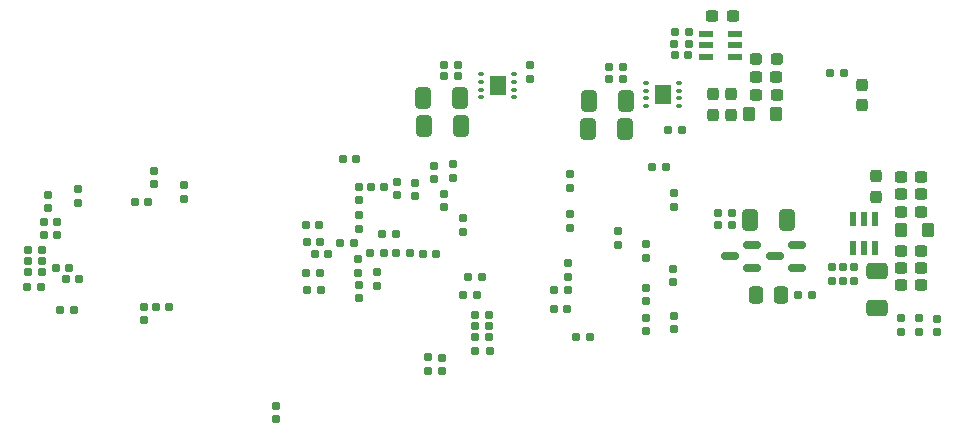
<source format=gbr>
%TF.GenerationSoftware,KiCad,Pcbnew,8.0.6*%
%TF.CreationDate,2025-01-14T20:30:26-08:00*%
%TF.ProjectId,IO_SDR_1.1,494f5f53-4452-45f3-912e-312e6b696361,rev?*%
%TF.SameCoordinates,Original*%
%TF.FileFunction,Paste,Bot*%
%TF.FilePolarity,Positive*%
%FSLAX46Y46*%
G04 Gerber Fmt 4.6, Leading zero omitted, Abs format (unit mm)*
G04 Created by KiCad (PCBNEW 8.0.6) date 2025-01-14 20:30:26*
%MOMM*%
%LPD*%
G01*
G04 APERTURE LIST*
G04 Aperture macros list*
%AMRoundRect*
0 Rectangle with rounded corners*
0 $1 Rounding radius*
0 $2 $3 $4 $5 $6 $7 $8 $9 X,Y pos of 4 corners*
0 Add a 4 corners polygon primitive as box body*
4,1,4,$2,$3,$4,$5,$6,$7,$8,$9,$2,$3,0*
0 Add four circle primitives for the rounded corners*
1,1,$1+$1,$2,$3*
1,1,$1+$1,$4,$5*
1,1,$1+$1,$6,$7*
1,1,$1+$1,$8,$9*
0 Add four rect primitives between the rounded corners*
20,1,$1+$1,$2,$3,$4,$5,0*
20,1,$1+$1,$4,$5,$6,$7,0*
20,1,$1+$1,$6,$7,$8,$9,0*
20,1,$1+$1,$8,$9,$2,$3,0*%
G04 Aperture macros list end*
%ADD10C,0.000000*%
%ADD11RoundRect,0.155000X0.212500X0.155000X-0.212500X0.155000X-0.212500X-0.155000X0.212500X-0.155000X0*%
%ADD12RoundRect,0.155000X0.155000X-0.212500X0.155000X0.212500X-0.155000X0.212500X-0.155000X-0.212500X0*%
%ADD13RoundRect,0.160000X-0.197500X-0.160000X0.197500X-0.160000X0.197500X0.160000X-0.197500X0.160000X0*%
%ADD14RoundRect,0.155000X-0.155000X0.212500X-0.155000X-0.212500X0.155000X-0.212500X0.155000X0.212500X0*%
%ADD15RoundRect,0.160000X0.197500X0.160000X-0.197500X0.160000X-0.197500X-0.160000X0.197500X-0.160000X0*%
%ADD16RoundRect,0.150000X0.587500X0.150000X-0.587500X0.150000X-0.587500X-0.150000X0.587500X-0.150000X0*%
%ADD17RoundRect,0.237500X0.300000X0.237500X-0.300000X0.237500X-0.300000X-0.237500X0.300000X-0.237500X0*%
%ADD18RoundRect,0.250000X0.412500X0.650000X-0.412500X0.650000X-0.412500X-0.650000X0.412500X-0.650000X0*%
%ADD19RoundRect,0.237500X-0.237500X0.300000X-0.237500X-0.300000X0.237500X-0.300000X0.237500X0.300000X0*%
%ADD20RoundRect,0.160000X0.160000X-0.197500X0.160000X0.197500X-0.160000X0.197500X-0.160000X-0.197500X0*%
%ADD21RoundRect,0.040600X-0.249400X0.564400X-0.249400X-0.564400X0.249400X-0.564400X0.249400X0.564400X0*%
%ADD22RoundRect,0.250000X-0.275000X-0.350000X0.275000X-0.350000X0.275000X0.350000X-0.275000X0.350000X0*%
%ADD23RoundRect,0.237500X-0.300000X-0.237500X0.300000X-0.237500X0.300000X0.237500X-0.300000X0.237500X0*%
%ADD24RoundRect,0.160000X-0.160000X0.197500X-0.160000X-0.197500X0.160000X-0.197500X0.160000X0.197500X0*%
%ADD25O,0.599999X0.299999*%
%ADD26RoundRect,0.250000X0.337500X0.475000X-0.337500X0.475000X-0.337500X-0.475000X0.337500X-0.475000X0*%
%ADD27RoundRect,0.155000X-0.212500X-0.155000X0.212500X-0.155000X0.212500X0.155000X-0.212500X0.155000X0*%
%ADD28RoundRect,0.237500X0.237500X-0.287500X0.237500X0.287500X-0.237500X0.287500X-0.237500X-0.287500X0*%
%ADD29RoundRect,0.040600X0.564400X0.249400X-0.564400X0.249400X-0.564400X-0.249400X0.564400X-0.249400X0*%
%ADD30RoundRect,0.237500X-0.237500X0.287500X-0.237500X-0.287500X0.237500X-0.287500X0.237500X0.287500X0*%
%ADD31RoundRect,0.250000X-0.650000X0.412500X-0.650000X-0.412500X0.650000X-0.412500X0.650000X0.412500X0*%
%ADD32RoundRect,0.250000X0.275000X0.350000X-0.275000X0.350000X-0.275000X-0.350000X0.275000X-0.350000X0*%
%ADD33RoundRect,0.237500X-0.287500X-0.237500X0.287500X-0.237500X0.287500X0.237500X-0.287500X0.237500X0*%
%ADD34RoundRect,0.237500X0.237500X-0.300000X0.237500X0.300000X-0.237500X0.300000X-0.237500X-0.300000X0*%
%ADD35RoundRect,0.250000X-0.412500X-0.650000X0.412500X-0.650000X0.412500X0.650000X-0.412500X0.650000X0*%
G04 APERTURE END LIST*
D10*
%TO.C,U6*%
G36*
X149918656Y-80245554D02*
G01*
X148535657Y-80245554D01*
X148535657Y-78660554D01*
X149918656Y-78660554D01*
X149918656Y-80245554D01*
G37*
%TO.C,U5*%
G36*
X163892915Y-80976558D02*
G01*
X162509916Y-80976558D01*
X162509916Y-79391558D01*
X163892915Y-79391558D01*
X163892915Y-80976558D01*
G37*
%TD*%
D11*
%TO.C,C60*%
X111921104Y-92062614D03*
X110786104Y-92062614D03*
%TD*%
D12*
%TO.C,C137*%
X164134800Y-89696100D03*
X164134800Y-88561100D03*
%TD*%
D13*
%TO.C,R42*%
X138392500Y-93620000D03*
X139587500Y-93620000D03*
%TD*%
D11*
%TO.C,C94*%
X134146084Y-95288404D03*
X133011084Y-95288404D03*
%TD*%
D14*
%TO.C,C123*%
X144490000Y-102482500D03*
X144490000Y-103617500D03*
%TD*%
D13*
%TO.C,R8*%
X158653913Y-78849059D03*
X159848913Y-78849059D03*
%TD*%
D11*
%TO.C,C95*%
X134167500Y-92690000D03*
X133032500Y-92690000D03*
%TD*%
D13*
%TO.C,R10*%
X144677153Y-78623053D03*
X145872153Y-78623053D03*
%TD*%
D11*
%TO.C,C96*%
X140597674Y-91986424D03*
X139462674Y-91986424D03*
%TD*%
D15*
%TO.C,R3*%
X175840154Y-97132854D03*
X174645154Y-97132854D03*
%TD*%
D12*
%TO.C,C132*%
X155321000Y-88070500D03*
X155321000Y-86935500D03*
%TD*%
D14*
%TO.C,C130*%
X155143204Y-94492304D03*
X155143204Y-95627304D03*
%TD*%
D13*
%TO.C,R37*%
X146722484Y-95618594D03*
X147917484Y-95618594D03*
%TD*%
D16*
%TO.C,Q1*%
X174570154Y-92952854D03*
X174570154Y-94852854D03*
X172695154Y-93902854D03*
%TD*%
D17*
%TO.C,C19*%
X185081654Y-96353246D03*
X183356654Y-96353246D03*
%TD*%
D14*
%TO.C,CA1*%
X184870000Y-99145000D03*
X184870000Y-100280000D03*
%TD*%
D18*
%TO.C,C26*%
X146079654Y-82848055D03*
X142954654Y-82848055D03*
%TD*%
D19*
%TO.C,CA10*%
X180086000Y-79376100D03*
X180086000Y-81101100D03*
%TD*%
D11*
%TO.C,C70*%
X110524114Y-96482184D03*
X109389114Y-96482184D03*
%TD*%
D20*
%TO.C,R47*%
X155321000Y-91478700D03*
X155321000Y-90283700D03*
%TD*%
D21*
%TO.C,U4*%
X179302654Y-90690746D03*
X180252654Y-90690746D03*
X181202654Y-90690746D03*
X181202654Y-93200746D03*
X180252654Y-93200746D03*
X179302654Y-93200746D03*
%TD*%
D22*
%TO.C,L5*%
X183373954Y-91684454D03*
X185673954Y-91684454D03*
%TD*%
D11*
%TO.C,C93*%
X139632514Y-88023994D03*
X138497514Y-88023994D03*
%TD*%
%TO.C,C129*%
X144026704Y-93662804D03*
X142891704Y-93662804D03*
%TD*%
D17*
%TO.C,CA2*%
X185081654Y-94883246D03*
X183356654Y-94883246D03*
%TD*%
%TO.C,C11*%
X172822500Y-78700000D03*
X171097500Y-78700000D03*
%TD*%
D23*
%TO.C,C16*%
X183356654Y-88643246D03*
X185081654Y-88643246D03*
%TD*%
D24*
%TO.C,R40*%
X137515604Y-90423734D03*
X137515604Y-91618734D03*
%TD*%
D12*
%TO.C,C14*%
X179422654Y-95950746D03*
X179422654Y-94815746D03*
%TD*%
D11*
%TO.C,C112*%
X137220574Y-85631674D03*
X136085574Y-85631674D03*
%TD*%
D13*
%TO.C,R46*%
X162267300Y-86360000D03*
X163462300Y-86360000D03*
%TD*%
D20*
%TO.C,R48*%
X159410000Y-92927500D03*
X159410000Y-91732500D03*
%TD*%
D14*
%TO.C,C17*%
X186390000Y-99175000D03*
X186390000Y-100310000D03*
%TD*%
D12*
%TO.C,C136*%
X161798000Y-94014100D03*
X161798000Y-92879100D03*
%TD*%
%TO.C,C103*%
X137494524Y-89154654D03*
X137494524Y-88019654D03*
%TD*%
D15*
%TO.C,R9*%
X159846412Y-77904057D03*
X158651412Y-77904057D03*
%TD*%
D16*
%TO.C,Q2*%
X170730154Y-92952854D03*
X170730154Y-94852854D03*
X168855154Y-93902854D03*
%TD*%
D25*
%TO.C,U6*%
X147827154Y-80428056D03*
X147827154Y-79778055D03*
X147827154Y-79128056D03*
X147827154Y-78478055D03*
X150627154Y-78478055D03*
X150627154Y-79128056D03*
X150627154Y-79778055D03*
X150627154Y-80428056D03*
%TD*%
D12*
%TO.C,C66*%
X111175804Y-89836084D03*
X111175804Y-88701084D03*
%TD*%
D11*
%TO.C,C24*%
X164796412Y-83194057D03*
X163661412Y-83194057D03*
%TD*%
D26*
%TO.C,C9*%
X173190154Y-97132854D03*
X171115154Y-97132854D03*
%TD*%
D18*
%TO.C,C27*%
X160013913Y-83079059D03*
X156888913Y-83079059D03*
%TD*%
D12*
%TO.C,C117*%
X143814794Y-87346884D03*
X143814794Y-86211884D03*
%TD*%
D11*
%TO.C,C128*%
X155151900Y-96723200D03*
X154016900Y-96723200D03*
%TD*%
D23*
%TO.C,C15*%
X183356654Y-90103246D03*
X185081654Y-90103246D03*
%TD*%
D11*
%TO.C,C124*%
X157006100Y-100761800D03*
X155871100Y-100761800D03*
%TD*%
%TO.C,C126*%
X155126500Y-98323400D03*
X153991500Y-98323400D03*
%TD*%
D15*
%TO.C,R41*%
X141821474Y-93637404D03*
X140626474Y-93637404D03*
%TD*%
D24*
%TO.C,RA20*%
X143306794Y-102437914D03*
X143306794Y-103632914D03*
%TD*%
D27*
%TO.C,C135*%
X147311300Y-100761800D03*
X148446300Y-100761800D03*
%TD*%
D13*
%TO.C,R4*%
X164185313Y-75893658D03*
X165380313Y-75893658D03*
%TD*%
D12*
%TO.C,C98*%
X137440000Y-97457500D03*
X137440000Y-96322500D03*
%TD*%
%TO.C,C68*%
X113715794Y-89353484D03*
X113715794Y-88218484D03*
%TD*%
%TO.C,C97*%
X137350000Y-95267500D03*
X137350000Y-94132500D03*
%TD*%
D15*
%TO.C,RA9*%
X178527500Y-78370000D03*
X177332500Y-78370000D03*
%TD*%
D28*
%TO.C,L4*%
X181272754Y-88876454D03*
X181272754Y-87126454D03*
%TD*%
D27*
%TO.C,C75*%
X120277024Y-98158594D03*
X121412024Y-98158594D03*
%TD*%
D29*
%TO.C,U3*%
X169335000Y-75090000D03*
X169335000Y-76040000D03*
X169335000Y-76990000D03*
X166825000Y-76990000D03*
X166825000Y-76040000D03*
X166825000Y-75090000D03*
%TD*%
D23*
%TO.C,C18*%
X183356654Y-87137854D03*
X185081654Y-87137854D03*
%TD*%
D11*
%TO.C,C78*%
X110607500Y-94260000D03*
X109472500Y-94260000D03*
%TD*%
D14*
%TO.C,C113*%
X161772600Y-99076700D03*
X161772600Y-100211700D03*
%TD*%
D27*
%TO.C,C104*%
X135881314Y-92799204D03*
X137016314Y-92799204D03*
%TD*%
D13*
%TO.C,R1*%
X167845300Y-90251400D03*
X169040300Y-90251400D03*
%TD*%
D11*
%TO.C,C62*%
X112937104Y-94856584D03*
X111802104Y-94856584D03*
%TD*%
D25*
%TO.C,U5*%
X161801413Y-81159060D03*
X161801413Y-80509059D03*
X161801413Y-79859060D03*
X161801413Y-79209059D03*
X164601413Y-79209059D03*
X164601413Y-79859060D03*
X164601413Y-80509059D03*
X164601413Y-81159060D03*
%TD*%
D11*
%TO.C,C69*%
X119617294Y-89319384D03*
X118482294Y-89319384D03*
%TD*%
D20*
%TO.C,R6*%
X178482654Y-95980746D03*
X178482654Y-94785746D03*
%TD*%
D15*
%TO.C,R11*%
X145882154Y-77668051D03*
X144687154Y-77668051D03*
%TD*%
D11*
%TO.C,C107*%
X134867500Y-93730000D03*
X133732500Y-93730000D03*
%TD*%
D12*
%TO.C,C54*%
X122631174Y-88997904D03*
X122631174Y-87862904D03*
%TD*%
D27*
%TO.C,C133*%
X147336700Y-98882200D03*
X148471700Y-98882200D03*
%TD*%
D13*
%TO.C,R2*%
X167855300Y-91211400D03*
X169050300Y-91211400D03*
%TD*%
D27*
%TO.C,C10*%
X164205313Y-76853658D03*
X165340313Y-76853658D03*
%TD*%
D11*
%TO.C,C61*%
X113777500Y-95820000D03*
X112642500Y-95820000D03*
%TD*%
D15*
%TO.C,R5*%
X165400313Y-74933658D03*
X164205313Y-74933658D03*
%TD*%
D30*
%TO.C,L2*%
X167480400Y-80157801D03*
X167480400Y-81907801D03*
%TD*%
D27*
%TO.C,C114*%
X147336700Y-99822000D03*
X148471700Y-99822000D03*
%TD*%
D15*
%TO.C,RA8*%
X113348114Y-98412614D03*
X112153114Y-98412614D03*
%TD*%
D12*
%TO.C,C127*%
X145414994Y-87219884D03*
X145414994Y-86084884D03*
%TD*%
D11*
%TO.C,C102*%
X134222284Y-96710804D03*
X133087284Y-96710804D03*
%TD*%
D12*
%TO.C,C118*%
X161772600Y-97697100D03*
X161772600Y-96562100D03*
%TD*%
%TO.C,C56*%
X120116614Y-87778704D03*
X120116614Y-86643704D03*
%TD*%
D18*
%TO.C,C23*%
X160063913Y-80749059D03*
X156938913Y-80749059D03*
%TD*%
D31*
%TO.C,C8*%
X181372654Y-95113246D03*
X181372654Y-98238246D03*
%TD*%
D14*
%TO.C,C20*%
X183380000Y-99145000D03*
X183380000Y-100280000D03*
%TD*%
D32*
%TO.C,L3*%
X172770600Y-81845601D03*
X170470600Y-81845601D03*
%TD*%
D17*
%TO.C,C12*%
X172825000Y-80194601D03*
X171100000Y-80194601D03*
%TD*%
D14*
%TO.C,C121*%
X146253194Y-90682294D03*
X146253194Y-91817294D03*
%TD*%
D18*
%TO.C,C21*%
X146059654Y-80518055D03*
X142934654Y-80518055D03*
%TD*%
D13*
%TO.C,R32*%
X109462500Y-93320200D03*
X110657500Y-93320200D03*
%TD*%
D24*
%TO.C,R43*%
X139039604Y-95198894D03*
X139039604Y-96393894D03*
%TD*%
D14*
%TO.C,C74*%
X119253004Y-98175294D03*
X119253004Y-99310294D03*
%TD*%
D12*
%TO.C,C125*%
X144653004Y-89709094D03*
X144653004Y-88574094D03*
%TD*%
D13*
%TO.C,R38*%
X146290684Y-97168014D03*
X147485684Y-97168014D03*
%TD*%
D11*
%TO.C,C92*%
X134095314Y-91224394D03*
X132960314Y-91224394D03*
%TD*%
D12*
%TO.C,C140*%
X130479814Y-107692284D03*
X130479814Y-106557284D03*
%TD*%
%TO.C,C122*%
X164160200Y-100084700D03*
X164160200Y-98949700D03*
%TD*%
D17*
%TO.C,C25*%
X185081654Y-93403246D03*
X183356654Y-93403246D03*
%TD*%
D12*
%TO.C,C22*%
X151934654Y-78845551D03*
X151934654Y-77710551D03*
%TD*%
D33*
%TO.C,L1*%
X171075800Y-77222801D03*
X172825800Y-77222801D03*
%TD*%
D11*
%TO.C,C64*%
X111921104Y-90970414D03*
X110786104Y-90970414D03*
%TD*%
D34*
%TO.C,C13*%
X168953600Y-81895301D03*
X168953600Y-80170301D03*
%TD*%
D11*
%TO.C,C79*%
X110607500Y-95199800D03*
X109472500Y-95199800D03*
%TD*%
D24*
%TO.C,R7*%
X177542654Y-94795746D03*
X177542654Y-95990746D03*
%TD*%
D35*
%TO.C,C7*%
X170570154Y-90822854D03*
X173695154Y-90822854D03*
%TD*%
D12*
%TO.C,C101*%
X140659124Y-88731114D03*
X140659124Y-87596114D03*
%TD*%
%TO.C,C131*%
X142239994Y-88820094D03*
X142239994Y-87685094D03*
%TD*%
%TO.C,C134*%
X164084000Y-96096900D03*
X164084000Y-94961900D03*
%TD*%
D13*
%TO.C,RA22*%
X147332104Y-101943214D03*
X148527104Y-101943214D03*
%TD*%
D17*
%TO.C,C6*%
X169120000Y-73530000D03*
X167395000Y-73530000D03*
%TD*%
M02*

</source>
